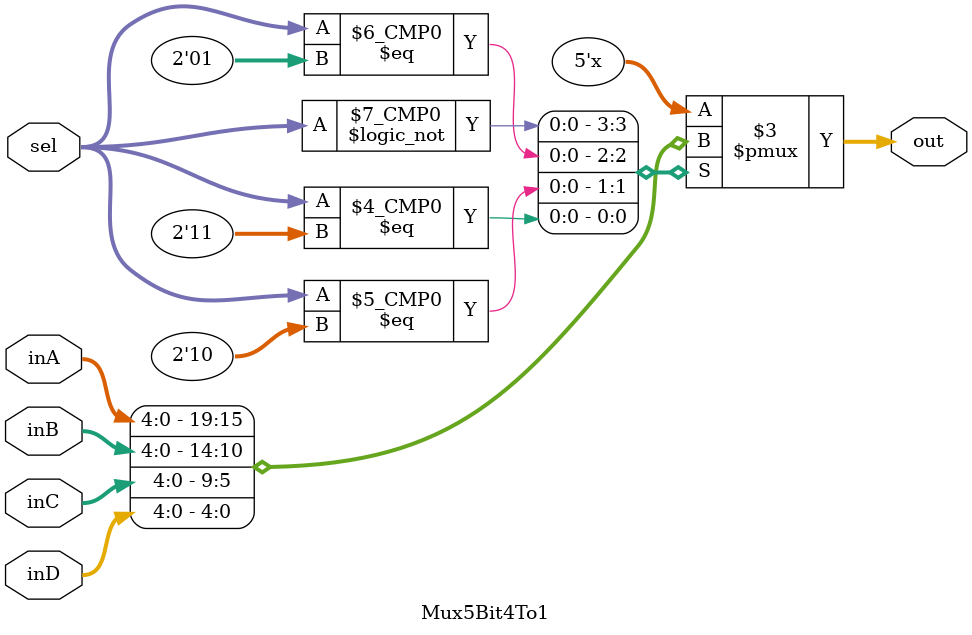
<source format=v>
`timescale 1ns / 1ps


module Mux5Bit4To1(out, inA, inB, inC, inD, sel);
    
    input [4:0] inA;
    input [4:0] inB;
    input [4:0] inC;
    input [4:0] inD;
    
    output reg [4:0] out;
    input [1:0] sel;

    initial begin 
        out <= 0;
    end

    always @(*) begin
        case (sel)
            2'b00 : begin
                out <= inA;
            end
            2'b01 : begin
                out <= inB;
            end
            2'b10 : begin
                out <= inC;
            end
            2'b11 : begin
                out <= inD;
            end
        endcase
    end
	
endmodule

</source>
